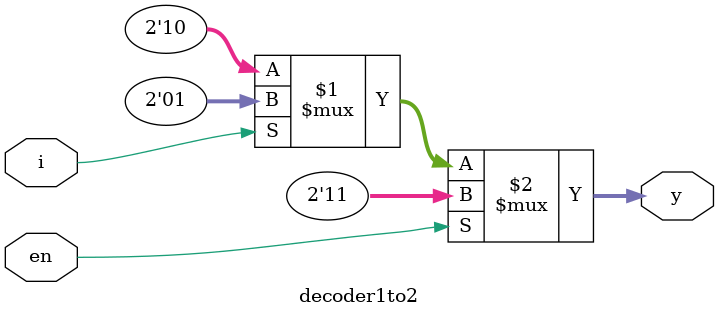
<source format=v>
module decoder1to2
(input i,en,
output [1:0]y);

assign y = (en) ? 2'b11 :
	   (i) ? 2'b01 : 2'b10;

endmodule 
</source>
